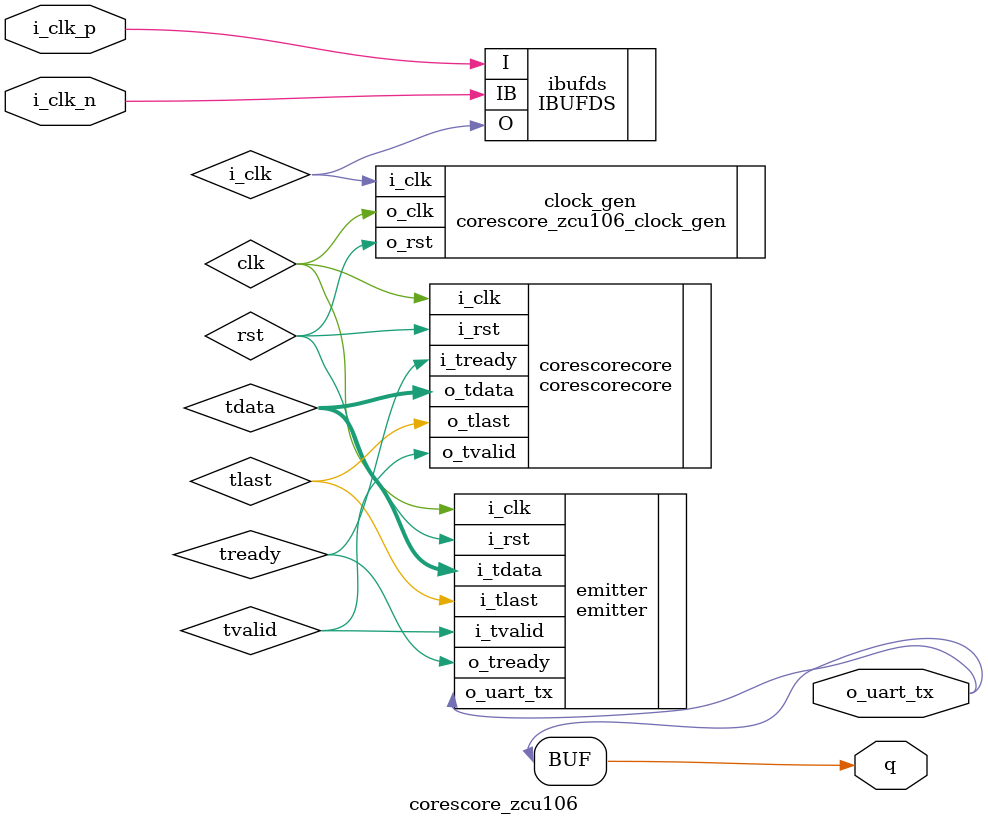
<source format=v>
`default_nettype none
module corescore_zcu106
(
 input wire  i_clk_p,
 input wire  i_clk_n,
 output wire q,
 output wire o_uart_tx);

   wire      i_clk;
   wire      clk;
   wire      rst;

   //Mirror UART output to LED
   assign q = o_uart_tx;

   IBUFDS ibufds
     (.I  (i_clk_p),
      .IB (i_clk_n),
      .O  (i_clk));

   corescore_zcu106_clock_gen
   clock_gen
     (.i_clk (i_clk),
      .o_clk (clk),
      .o_rst (rst));

   parameter memfile_emitter = "emitter.hex";

   wire [7:0]  tdata;
   wire        tlast;
   wire        tvalid;
   wire        tready;

   corescorecore corescorecore
     (.i_clk     (clk),
      .i_rst     (rst),
      .o_tdata   (tdata),
      .o_tlast   (tlast),
      .o_tvalid  (tvalid),
      .i_tready  (tready));

   emitter #(.memfile (memfile_emitter)) emitter
     (.i_clk     (clk),
      .i_rst     (rst),
      .i_tdata   (tdata),
      .i_tlast   (tlast),
      .i_tvalid  (tvalid),
      .o_tready  (tready),
      .o_uart_tx (o_uart_tx));

endmodule

</source>
